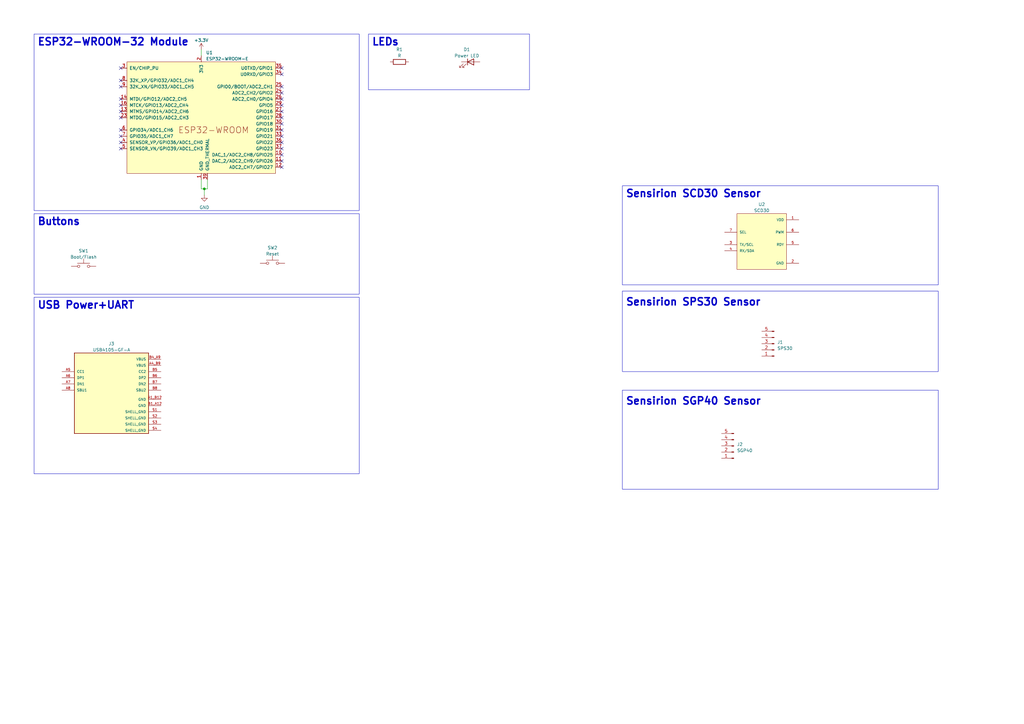
<source format=kicad_sch>
(kicad_sch (version 20230121) (generator eeschema)
  (paper "A3")
  (title_block (title "airquality-pcb") (date "2023-03-11") (rev "0.1"))
  (lib_symbols
    (symbol "Connector:Conn_01x05_Pin" (pin_names (offset 1.016) hide)
      (property "Reference" "J" (at 0 7.62 0))
      (property "Value" "Conn_01x05_Pin" (at 0 -7.62 0))
      (symbol "Conn_01x05_Pin_1_1"
        (polyline (pts (xy 1.27 -5.08) (xy 0.8636 -5.08)) (stroke (width 0.1524)))
        (polyline (pts (xy 1.27 -2.54) (xy 0.8636 -2.54)) (stroke (width 0.1524)))
        (polyline (pts (xy 1.27 0) (xy 0.8636 0)) (stroke (width 0.1524)))
        (polyline (pts (xy 1.27 2.54) (xy 0.8636 2.54)) (stroke (width 0.1524)))
        (polyline (pts (xy 1.27 5.08) (xy 0.8636 5.08)) (stroke (width 0.1524)))
        (rectangle (start 0.8636 -4.953) (end 0 -5.207) (stroke (width 0.1524)) (fill (type outline)))
        (rectangle (start 0.8636 -2.413) (end 0 -2.667) (stroke (width 0.1524)) (fill (type outline)))
        (rectangle (start 0.8636 0.127) (end 0 -0.127) (stroke (width 0.1524)) (fill (type outline)))
        (rectangle (start 0.8636 2.667) (end 0 2.413) (stroke (width 0.1524)) (fill (type outline)))
        (rectangle (start 0.8636 5.207) (end 0 4.953) (stroke (width 0.1524)) (fill (type outline)))
        (pin passive line (at 5.08 5.08 180) (length 3.81) (name "Pin_1") (number "1"))
        (pin passive line (at 5.08 2.54 180) (length 3.81) (name "Pin_2") (number "2"))
        (pin passive line (at 5.08 0 180) (length 3.81) (name "Pin_3") (number "3"))
        (pin passive line (at 5.08 -2.54 180) (length 3.81) (name "Pin_4") (number "4"))
        (pin passive line (at 5.08 -5.08 180) (length 3.81) (name "Pin_5") (number "5"))
      )
    )
    (symbol "Device:LED" (pin_numbers hide) (pin_names (offset 1.016) hide)
      (property "Reference" "D" (at 0 2.54 0))
      (property "Value" "LED" (at 0 -2.54 0))
      (symbol "LED_0_1"
        (polyline (pts (xy -1.27 -1.27) (xy -1.27 1.27)) (stroke (width 0.254)))
        (polyline (pts (xy -1.27 0) (xy 1.27 0)))
        (polyline (pts (xy 1.27 -1.27) (xy 1.27 1.27) (xy -1.27 0) (xy 1.27 -1.27)) (stroke (width 0.254)))
        (polyline (pts (xy -3.048 -0.762) (xy -4.572 -2.286) (xy -3.81 -2.286) (xy -4.572 -2.286) (xy -4.572 -1.524)))
        (polyline (pts (xy -1.778 -0.762) (xy -3.302 -2.286) (xy -2.54 -2.286) (xy -3.302 -2.286) (xy -3.302 -1.524)))
      )
      (symbol "LED_1_1"
        (pin passive line (at -3.81 0 0) (length 2.54) (name "K") (number "1"))
        (pin passive line (at 3.81 0 180) (length 2.54) (name "A") (number "2"))
      )
    )
    (symbol "Device:R" (pin_numbers hide) (pin_names (offset 0))
      (property "Reference" "R" (at 2.032 0 90))
      (property "Value" "R" (at 0 0 90))
      (symbol "R_0_1"
        (rectangle (start -1.016 -2.54) (end 1.016 2.54) (stroke (width 0.254)))
      )
      (symbol "R_1_1"
        (pin passive line (at 0 3.81 270) (length 1.27) (name "~") (number "1"))
        (pin passive line (at 0 -3.81 90) (length 1.27) (name "~") (number "2"))
      )
    )
    (symbol "Switch:SW_Push" (pin_numbers hide) (pin_names (offset 1.016) hide)
      (property "Reference" "SW" (at 1.27 2.54 0))
      (property "Value" "SW_Push" (at 0 -1.524 0))
      (symbol "SW_Push_0_1"
        (circle (center -2.032 0) (radius 0.508))
        (polyline (pts (xy 0 1.27) (xy 0 3.048)))
        (polyline (pts (xy 2.54 1.27) (xy -2.54 1.27)))
        (circle (center 2.032 0) (radius 0.508))
        (pin passive line (at -5.08 0 0) (length 2.54) (name "1") (number "1"))
        (pin passive line (at 5.08 0 180) (length 2.54) (name "2") (number "2"))
      )
    )
    (symbol "esp:ESP32-WROOM-E" (pin_names (offset 1.016))
      (property "Reference" "U" (at -30.48 27.94 0))
      (property "Value" "ESP32-WROOM-E" (at -30.48 25.4 0))
      (symbol "ESP32-WROOM-E_0_1"
        (rectangle (start -30.48 22.86) (end 30.48 -22.86) (fill (type background)))
      )
      (symbol "ESP32-WROOM-E_1_1"
        (text "ESP32-­WROOM­" (at 5.08 -5.08 0) (effects (font (size 2.54 2.54))))
        (pin power_in line (at 0 -25.4 90) (length 2.54) (name "GND") (number "1"))
        (pin bidirectional line (at 33.02 -15.24 180) (length 2.54) (name "DAC_1/ADC2_CH8/GPIO25") (number "10"))
        (pin bidirectional line (at 33.02 -17.78 180) (length 2.54) (name "DAC_2/ADC2_CH9/GPIO26") (number "11"))
        (pin bidirectional line (at 33.02 -20.32 180) (length 2.54) (name "ADC2_CH7/GPIO27") (number "12"))
        (pin bidirectional line (at -33.02 2.54 0) (length 2.54) (name "MTMS/GPIO14/ADC2_CH6") (number "13"))
        (pin bidirectional line (at -33.02 7.62 0) (length 2.54) (name "MTDI/GPIO12/ADC2_CH5") (number "14"))
        (pin passive line (at 0 -25.4 90) (length 2.54) hide (name "GND") (number "15"))
        (pin bidirectional line (at -33.02 5.08 0) (length 2.54) (name "MTCK/GPIO13/ADC2_CH4") (number "16"))
        (pin power_in line (at 0 25.4 270) (length 2.54) (name "3V3") (number "2"))
        (pin bidirectional line (at -33.02 0 0) (length 2.54) (name "MTDO/GPIO15/ADC2_CH3") (number "23"))
        (pin bidirectional line (at 33.02 10.16 180) (length 2.54) (name "ADC2_CH2/GPIO2") (number "24"))
        (pin bidirectional line (at 33.02 12.7 180) (length 2.54) (name "GPIO0/BOOT/ADC2_CH1") (number "25"))
        (pin bidirectional line (at 33.02 7.62 180) (length 2.54) (name "ADC2_CH0/GPIO4") (number "26"))
        (pin bidirectional line (at 33.02 2.54 180) (length 2.54) (name "GPIO16") (number "27"))
        (pin bidirectional line (at 33.02 0 180) (length 2.54) (name "GPIO17") (number "28"))
        (pin bidirectional line (at 33.02 5.08 180) (length 2.54) (name "GPIO5") (number "29"))
        (pin input line (at -33.02 20.32 0) (length 2.54) (name "EN/CHIP_PU") (number "3"))
        (pin bidirectional line (at 33.02 -2.54 180) (length 2.54) (name "GPIO18") (number "30"))
        (pin bidirectional line (at 33.02 -5.08 180) (length 2.54) (name "GPIO19") (number "31"))
        (pin bidirectional line (at 33.02 -7.62 180) (length 2.54) (name "GPIO21") (number "33"))
        (pin bidirectional line (at 33.02 17.78 180) (length 2.54) (name "U0RXD/GPIO3") (number "34"))
        (pin bidirectional line (at 33.02 20.32 180) (length 2.54) (name "U0TXD/GPIO1") (number "35"))
        (pin bidirectional line (at 33.02 -10.16 180) (length 2.54) (name "GPIO22") (number "36"))
        (pin bidirectional line (at 33.02 -12.7 180) (length 2.54) (name "GPIO23") (number "37"))
        (pin passive line (at 0 -25.4 90) (length 2.54) hide (name "GND") (number "38"))
        (pin power_in line (at 2.54 -25.4 90) (length 2.54) (name "GND_THERMAL") (number "39"))
        (pin input line (at -33.02 -10.16 0) (length 2.54) (name "SENSOR_VP/GPIO36/ADC1_CH0") (number "4"))
        (pin input line (at -33.02 -12.7 0) (length 2.54) (name "SENSOR_VN/GPIO39/ADC1_CH3") (number "5"))
        (pin input line (at -33.02 -5.08 0) (length 2.54) (name "GPIO34/ADC1_CH6") (number "6"))
        (pin input line (at -33.02 -7.62 0) (length 2.54) (name "GPIO35/ADC1_CH7") (number "7"))
        (pin bidirectional line (at -33.02 15.24 0) (length 2.54) (name "32K_XP/GPIO32/ADC1_CH4") (number "8"))
        (pin bidirectional line (at -33.02 12.7 0) (length 2.54) (name "32K_XN/GPIO33/ADC1_CH5") (number "9"))
      )
    )
    (symbol "gct:USB4105-GF-A" (pin_names (offset 1.016))
      (property "Reference" "J" (at -15.24 13.97 0))
      (property "Value" "USB4105-GF-A" (at -15.24 -15.24 0))
      (symbol "USB4105-GF-A_0_0"
        (rectangle (start -15.24 -20.32) (end 15.24 12.7) (stroke (width 0.254)) (fill (type background)))
        (pin power_in line (at 20.32 -6.35 180) (length 5.08) (name "GND") (number "A1_B12"))
        (pin power_in line (at 20.32 7.62 180) (length 5.08) (name "VBUS") (number "A4_B9"))
        (pin bidirectional line (at -20.32 5.08 0) (length 5.08) (name "CC1") (number "A5"))
        (pin bidirectional line (at -20.32 2.54 0) (length 5.08) (name "DP1") (number "A6"))
        (pin bidirectional line (at -20.32 0 0) (length 5.08) (name "DN1") (number "A7"))
        (pin bidirectional line (at -20.32 -2.54 0) (length 5.08) (name "SBU1") (number "A8"))
        (pin power_in line (at 20.32 -8.89 180) (length 5.08) (name "GND") (number "B1_A12"))
        (pin power_in line (at 20.32 10.16 180) (length 5.08) (name "VBUS") (number "B4_A9"))
        (pin bidirectional line (at 20.32 5.08 180) (length 5.08) (name "CC2") (number "B5"))
        (pin bidirectional line (at 20.32 2.54 180) (length 5.08) (name "DP2") (number "B6"))
        (pin bidirectional line (at 20.32 0 180) (length 5.08) (name "DN2") (number "B7"))
        (pin bidirectional line (at 20.32 -2.54 180) (length 5.08) (name "SBU2") (number "B8"))
        (pin power_in line (at 20.32 -11.43 180) (length 5.08) (name "SHELL_GND") (number "S1"))
        (pin power_in line (at 20.32 -13.97 180) (length 5.08) (name "SHELL_GND") (number "S2"))
        (pin power_in line (at 20.32 -16.51 180) (length 5.08) (name "SHELL_GND") (number "S3"))
        (pin power_in line (at 20.32 -19.05 180) (length 5.08) (name "SHELL_GND") (number "S4"))
      )
    )
    (symbol "power:+3.3V" (power) (pin_names (offset 0))
      (property "Value" "+3.3V" (at 0 3.556 0))
      (symbol "+3.3V_0_1"
        (polyline (pts (xy -0.762 1.27) (xy 0 2.54)))
        (polyline (pts (xy 0 0) (xy 0 2.54)))
        (polyline (pts (xy 0 2.54) (xy 0.762 1.27)))
      )
      (symbol "+3.3V_1_1"
        (pin power_in line (at 0 0 90) (length 0) hide (name "+3.3V") (number "1"))
      )
    )
    (symbol "power:GND" (power) (pin_names (offset 0))
      (property "Value" "GND" (at 0 -3.81 0))
      (symbol "GND_0_1"
        (polyline (pts (xy 0 0) (xy 0 -1.27) (xy 1.27 -1.27) (xy 0 -2.54) (xy -1.27 -1.27) (xy 0 -1.27)))
      )
      (symbol "GND_1_1"
        (pin power_in line (at 0 0 270) (length 0) hide (name "GND") (number "1"))
      )
    )
    (symbol "scd30:SCD30" (pin_names (offset 1.016))
      (property "Reference" "U" (at -10.16 13.462 0))
      (property "Value" "SCD30" (at -10.16 -12.7 0))
      (symbol "SCD30_0_0"
        (rectangle (start -10.16 -10.16) (end 10.16 12.7) (stroke (width 0.1524)) (fill (type background)))
        (pin power_in line (at 15.24 10.16 180) (length 5.08) (name "VDD") (number "1"))
        (pin power_in line (at 15.24 -7.62 180) (length 5.08) (name "GND") (number "2"))
        (pin bidirectional line (at -15.24 0 0) (length 5.08) (name "TX/SCL") (number "3"))
        (pin bidirectional line (at -15.24 -2.54 0) (length 5.08) (name "RX/SDA") (number "4"))
        (pin bidirectional line (at 15.24 0 180) (length 5.08) (name "RDY") (number "5"))
        (pin output line (at 15.24 5.08 180) (length 5.08) (name "PWM") (number "6"))
        (pin input line (at -15.24 5.08 0) (length 5.08) (name "SEL") (number "7"))
      )
    )
  )
  (junction (at 83.82 77.47))
  (no_connect (at 49.53 53.34))
  (no_connect (at 115.57 48.26))
  (no_connect (at 49.53 60.96))
  (no_connect (at 115.57 66.04))
  (no_connect (at 115.57 53.34))
  (no_connect (at 49.53 40.64))
  (no_connect (at 49.53 43.18))
  (no_connect (at 49.53 58.42))
  (no_connect (at 49.53 35.56))
  (no_connect (at 49.53 45.72))
  (no_connect (at 49.53 27.94))
  (no_connect (at 115.57 40.64))
  (no_connect (at 115.57 60.96))
  (no_connect (at 115.57 30.48))
  (no_connect (at 49.53 48.26))
  (no_connect (at 49.53 33.02))
  (no_connect (at 115.57 50.8))
  (no_connect (at 115.57 68.58))
  (no_connect (at 115.57 55.88))
  (no_connect (at 115.57 45.72))
  (no_connect (at 115.57 58.42))
  (no_connect (at 115.57 63.5))
  (no_connect (at 115.57 27.94))
  (no_connect (at 115.57 35.56))
  (no_connect (at 49.53 55.88))
  (no_connect (at 115.57 43.18))
  (no_connect (at 115.57 38.1))
  (wire (pts (xy 82.55 77.47) (xy 83.82 77.47)))
  (wire (pts (xy 85.09 77.47) (xy 83.82 77.47)))
  (wire (pts (xy 85.09 73.66) (xy 85.09 77.47)))
  (wire (pts (xy 82.55 20.32) (xy 82.55 22.86)))
  (wire (pts (xy 82.55 73.66) (xy 82.55 77.47)))
  (wire (pts (xy 83.82 77.47) (xy 83.82 80.01)))
  (rectangle (start 13.97 121.92) (end 147.32 194.31))
  (rectangle (start 151.13 13.97) (end 217.17 36.83))
  (rectangle (start 13.97 87.63) (end 147.32 120.65))
  (rectangle (start 13.97 13.97) (end 147.32 86.36))
  (rectangle (start 255.27 160.02) (end 384.81 200.66))
  (rectangle (start 255.27 76.2) (end 384.81 116.84))
  (rectangle (start 255.27 119.38) (end 384.81 152.4))
  (text "Buttons" (at 15.24 92.71 0) (effects (font (size 3 3) (thickness 0.6) bold) (justify left bottom)))
  (text "Sensirion SGP40 Sensor" (at 256.54 166.37 0) (effects (font (size 3 3) (thickness 0.6) bold) (justify left bottom)))
  (text "Sensirion SCD30 Sensor" (at 256.54 81.28 0) (effects (font (size 3 3) (thickness 0.6) bold) (justify left bottom)))
  (text "USB Power+UART" (at 15.24 127 0) (effects (font (size 3 3) (thickness 0.6) bold) (justify left bottom)))
  (text "Sensirion SPS30 Sensor" (at 256.54 125.73 0) (effects (font (size 3 3) (thickness 0.6) bold) (justify left bottom)))
  (text "LEDs" (at 152.4 19.05 0) (effects (font (size 3 3) (thickness 0.6) bold) (justify left bottom)))
  (text "ESP32-WROOM-32 Module" (at 15.24 19.05 0) (effects (font (size 3 3) (thickness 0.6) bold) (justify left bottom)))
  (symbol (lib_id "power:GND") (at 83.82 80.01 0) (unit 1)
    (property "Reference" "#PWR01" (effects hide))
    (property "Value" "GND" (at 83.82 85.09 0))
  )
  (symbol (lib_id "Connector:Conn_01x05_Pin") (at 300.99 182.88 180) (unit 1)
    (property "Reference" "J2" (at 302.26 182.245 0) (effects (justify right)))
    (property "Value" "SGP40" (at 302.26 184.785 0) (effects (justify right)))
    (property "Footprint" "Connector_PinSocket_2.54mm:PinSocket_1x05_P2.54mm_Vertical" (effects hide))
  )
  (symbol (lib_id "Device:LED") (at 193.04 25.4 0) (unit 1)
    (property "Reference" "D1" (at 191.4525 20.32 0))
    (property "Value" "Power LED" (at 191.4525 22.86 0))
    (property "Footprint" "LED_SMD:LED_0805_2012Metric_Pad1.15x1.40mm_HandSolder" (effects hide))
  )
  (symbol (lib_id "Device:R") (at 163.83 25.4 90) (unit 1)
    (property "Reference" "R1" (at 163.83 20.32 90))
    (property "Value" "R" (at 163.83 22.86 90))
    (property "Footprint" "Resistor_SMD:R_0805_2012Metric_Pad1.20x1.40mm_HandSolder" (effects hide))
  )
  (symbol (lib_id "esp:ESP32-WROOM-E") (at 82.55 48.26 0) (unit 1)
    (property "Reference" "U1" (at 84.5059 21.59 0) (effects (justify left)))
    (property "Value" "ESP32-WROOM-E" (at 84.5059 24.13 0) (effects (justify left)))
    (property "Footprint" "Espressif:ESP32-WROOM-32E" (effects hide))
    (property "Datasheet" "https://www.espressif.com/sites/default/files/documentation/esp32-wroom-32e_esp32-wroom-32ue_datasheet_en.pdf" (effects hide))
  )
  (symbol (lib_id "Switch:SW_Push") (at 111.76 107.95 0) (unit 1)
    (property "Reference" "SW2" (at 111.76 101.6 0))
    (property "Value" "Reset" (at 111.76 104.14 0))
  )
  (symbol (lib_id "Connector:Conn_01x05_Pin") (at 317.5 140.97 180) (unit 1)
    (property "Reference" "J1" (at 318.77 140.335 0) (effects (justify right)))
    (property "Value" "SPS30" (at 318.77 142.875 0) (effects (justify right)))
    (property "Footprint" "Connector_PinSocket_2.54mm:PinSocket_1x05_P2.54mm_Vertical" (effects hide))
  )
  (symbol (lib_id "Switch:SW_Push") (at 34.29 109.22 0) (unit 1)
    (property "Reference" "SW1" (at 34.29 102.87 0))
    (property "Value" "Boot/Flash" (at 34.29 105.41 0))
  )
  (symbol (lib_id "power:+3.3V") (at 82.55 20.32 0) (unit 1)
    (property "Reference" "#PWR02" (effects hide))
    (property "Value" "+3.3V" (at 82.55 16.51 0))
  )
  (symbol (lib_id "scd30:SCD30") (at 312.42 100.33 0) (unit 1)
    (property "Reference" "U2" (at 312.42 83.82 0))
    (property "Value" "SCD30" (at 312.42 86.36 0))
    (property "Footprint" "Connector_PinSocket_2.54mm:PinSocket_1x07_P2.54mm_Vertical" (effects hide))
    (property "PARTREV" "D1" (effects hide))
    (property "STANDARD" "Manufacturer Recommendations" (effects hide))
    (property "MAXIMUM_PACKAGE_HEIGHT" "7.0mm" (effects hide))
    (property "MANUFACTURER" "Sensirion" (effects hide))
  )
  (symbol (lib_id "gct:USB4105-GF-A") (at 45.72 157.48 0) (unit 1)
    (property "Reference" "J3" (at 45.72 140.97 0))
    (property "Value" "USB4105-GF-A" (at 45.72 143.51 0))
    (property "Footprint" "gct:GCT_USB4105-GF-A" (effects hide))
    (property "PARTREV" "A3" (effects hide))
    (property "STANDARD" "Manufacturer Recommendations" (effects hide))
    (property "MAXIMUM_PACKAGE_HEIGHT" "3.31 mm" (effects hide))
    (property "MANUFACTURER" "GCT" (effects hide))
  )
)
</source>
